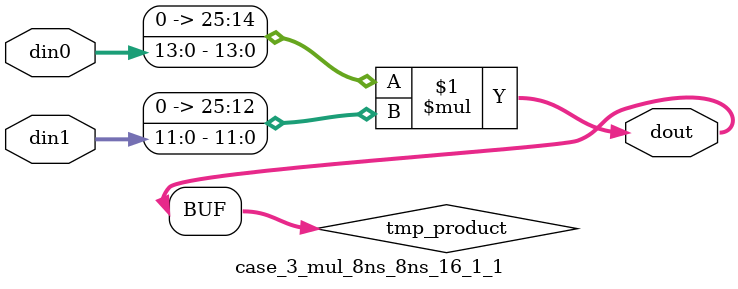
<source format=v>

`timescale 1 ns / 1 ps

 (* use_dsp = "no" *)  module case_3_mul_8ns_8ns_16_1_1(din0, din1, dout);
parameter ID = 1;
parameter NUM_STAGE = 0;
parameter din0_WIDTH = 14;
parameter din1_WIDTH = 12;
parameter dout_WIDTH = 26;

input [din0_WIDTH - 1 : 0] din0; 
input [din1_WIDTH - 1 : 0] din1; 
output [dout_WIDTH - 1 : 0] dout;

wire signed [dout_WIDTH - 1 : 0] tmp_product;
























assign tmp_product = $signed({1'b0, din0}) * $signed({1'b0, din1});











assign dout = tmp_product;





















endmodule

</source>
